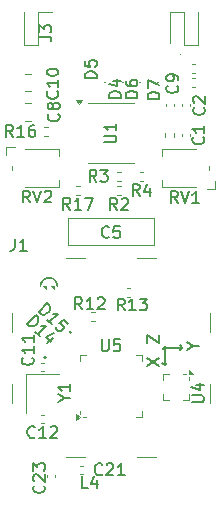
<source format=gbr>
%TF.GenerationSoftware,KiCad,Pcbnew,8.0.1*%
%TF.CreationDate,2025-06-23T19:48:13+12:00*%
%TF.ProjectId,panelrev2,70616e65-6c72-4657-9632-2e6b69636164,rev?*%
%TF.SameCoordinates,Original*%
%TF.FileFunction,Legend,Top*%
%TF.FilePolarity,Positive*%
%FSLAX46Y46*%
G04 Gerber Fmt 4.6, Leading zero omitted, Abs format (unit mm)*
G04 Created by KiCad (PCBNEW 8.0.1) date 2025-06-23 19:48:13*
%MOMM*%
%LPD*%
G01*
G04 APERTURE LIST*
%ADD10C,0.150000*%
%ADD11C,0.200000*%
%ADD12C,0.120000*%
%ADD13C,0.100000*%
%ADD14C,0.159999*%
%ADD15C,0.000000*%
G04 APERTURE END LIST*
D10*
X144578628Y-60076190D02*
X145054819Y-60076190D01*
X144054819Y-60409523D02*
X144578628Y-60076190D01*
X144578628Y-60076190D02*
X144054819Y-59742857D01*
X145054819Y-58885714D02*
X145054819Y-59457142D01*
X145054819Y-59171428D02*
X144054819Y-59171428D01*
X144054819Y-59171428D02*
X144197676Y-59266666D01*
X144197676Y-59266666D02*
X144292914Y-59361904D01*
X144292914Y-59361904D02*
X144340533Y-59457142D01*
X150754819Y-34638094D02*
X149754819Y-34638094D01*
X149754819Y-34638094D02*
X149754819Y-34399999D01*
X149754819Y-34399999D02*
X149802438Y-34257142D01*
X149802438Y-34257142D02*
X149897676Y-34161904D01*
X149897676Y-34161904D02*
X149992914Y-34114285D01*
X149992914Y-34114285D02*
X150183390Y-34066666D01*
X150183390Y-34066666D02*
X150326247Y-34066666D01*
X150326247Y-34066666D02*
X150516723Y-34114285D01*
X150516723Y-34114285D02*
X150611961Y-34161904D01*
X150611961Y-34161904D02*
X150707200Y-34257142D01*
X150707200Y-34257142D02*
X150754819Y-34399999D01*
X150754819Y-34399999D02*
X150754819Y-34638094D01*
X149754819Y-33209523D02*
X149754819Y-33399999D01*
X149754819Y-33399999D02*
X149802438Y-33495237D01*
X149802438Y-33495237D02*
X149850057Y-33542856D01*
X149850057Y-33542856D02*
X149992914Y-33638094D01*
X149992914Y-33638094D02*
X150183390Y-33685713D01*
X150183390Y-33685713D02*
X150564342Y-33685713D01*
X150564342Y-33685713D02*
X150659580Y-33638094D01*
X150659580Y-33638094D02*
X150707200Y-33590475D01*
X150707200Y-33590475D02*
X150754819Y-33495237D01*
X150754819Y-33495237D02*
X150754819Y-33304761D01*
X150754819Y-33304761D02*
X150707200Y-33209523D01*
X150707200Y-33209523D02*
X150659580Y-33161904D01*
X150659580Y-33161904D02*
X150564342Y-33114285D01*
X150564342Y-33114285D02*
X150326247Y-33114285D01*
X150326247Y-33114285D02*
X150231009Y-33161904D01*
X150231009Y-33161904D02*
X150183390Y-33209523D01*
X150183390Y-33209523D02*
X150135771Y-33304761D01*
X150135771Y-33304761D02*
X150135771Y-33495237D01*
X150135771Y-33495237D02*
X150183390Y-33590475D01*
X150183390Y-33590475D02*
X150231009Y-33638094D01*
X150231009Y-33638094D02*
X150326247Y-33685713D01*
X149657142Y-52654819D02*
X149323809Y-52178628D01*
X149085714Y-52654819D02*
X149085714Y-51654819D01*
X149085714Y-51654819D02*
X149466666Y-51654819D01*
X149466666Y-51654819D02*
X149561904Y-51702438D01*
X149561904Y-51702438D02*
X149609523Y-51750057D01*
X149609523Y-51750057D02*
X149657142Y-51845295D01*
X149657142Y-51845295D02*
X149657142Y-51988152D01*
X149657142Y-51988152D02*
X149609523Y-52083390D01*
X149609523Y-52083390D02*
X149561904Y-52131009D01*
X149561904Y-52131009D02*
X149466666Y-52178628D01*
X149466666Y-52178628D02*
X149085714Y-52178628D01*
X150609523Y-52654819D02*
X150038095Y-52654819D01*
X150323809Y-52654819D02*
X150323809Y-51654819D01*
X150323809Y-51654819D02*
X150228571Y-51797676D01*
X150228571Y-51797676D02*
X150133333Y-51892914D01*
X150133333Y-51892914D02*
X150038095Y-51940533D01*
X150942857Y-51654819D02*
X151561904Y-51654819D01*
X151561904Y-51654819D02*
X151228571Y-52035771D01*
X151228571Y-52035771D02*
X151371428Y-52035771D01*
X151371428Y-52035771D02*
X151466666Y-52083390D01*
X151466666Y-52083390D02*
X151514285Y-52131009D01*
X151514285Y-52131009D02*
X151561904Y-52226247D01*
X151561904Y-52226247D02*
X151561904Y-52464342D01*
X151561904Y-52464342D02*
X151514285Y-52559580D01*
X151514285Y-52559580D02*
X151466666Y-52607200D01*
X151466666Y-52607200D02*
X151371428Y-52654819D01*
X151371428Y-52654819D02*
X151085714Y-52654819D01*
X151085714Y-52654819D02*
X150990476Y-52607200D01*
X150990476Y-52607200D02*
X150942857Y-52559580D01*
X149354819Y-34638094D02*
X148354819Y-34638094D01*
X148354819Y-34638094D02*
X148354819Y-34399999D01*
X148354819Y-34399999D02*
X148402438Y-34257142D01*
X148402438Y-34257142D02*
X148497676Y-34161904D01*
X148497676Y-34161904D02*
X148592914Y-34114285D01*
X148592914Y-34114285D02*
X148783390Y-34066666D01*
X148783390Y-34066666D02*
X148926247Y-34066666D01*
X148926247Y-34066666D02*
X149116723Y-34114285D01*
X149116723Y-34114285D02*
X149211961Y-34161904D01*
X149211961Y-34161904D02*
X149307200Y-34257142D01*
X149307200Y-34257142D02*
X149354819Y-34399999D01*
X149354819Y-34399999D02*
X149354819Y-34638094D01*
X148688152Y-33209523D02*
X149354819Y-33209523D01*
X148307200Y-33447618D02*
X149021485Y-33685713D01*
X149021485Y-33685713D02*
X149021485Y-33066666D01*
X148333333Y-46409580D02*
X148285714Y-46457200D01*
X148285714Y-46457200D02*
X148142857Y-46504819D01*
X148142857Y-46504819D02*
X148047619Y-46504819D01*
X148047619Y-46504819D02*
X147904762Y-46457200D01*
X147904762Y-46457200D02*
X147809524Y-46361961D01*
X147809524Y-46361961D02*
X147761905Y-46266723D01*
X147761905Y-46266723D02*
X147714286Y-46076247D01*
X147714286Y-46076247D02*
X147714286Y-45933390D01*
X147714286Y-45933390D02*
X147761905Y-45742914D01*
X147761905Y-45742914D02*
X147809524Y-45647676D01*
X147809524Y-45647676D02*
X147904762Y-45552438D01*
X147904762Y-45552438D02*
X148047619Y-45504819D01*
X148047619Y-45504819D02*
X148142857Y-45504819D01*
X148142857Y-45504819D02*
X148285714Y-45552438D01*
X148285714Y-45552438D02*
X148333333Y-45600057D01*
X149238095Y-45504819D02*
X148761905Y-45504819D01*
X148761905Y-45504819D02*
X148714286Y-45981009D01*
X148714286Y-45981009D02*
X148761905Y-45933390D01*
X148761905Y-45933390D02*
X148857143Y-45885771D01*
X148857143Y-45885771D02*
X149095238Y-45885771D01*
X149095238Y-45885771D02*
X149190476Y-45933390D01*
X149190476Y-45933390D02*
X149238095Y-45981009D01*
X149238095Y-45981009D02*
X149285714Y-46076247D01*
X149285714Y-46076247D02*
X149285714Y-46314342D01*
X149285714Y-46314342D02*
X149238095Y-46409580D01*
X149238095Y-46409580D02*
X149190476Y-46457200D01*
X149190476Y-46457200D02*
X149095238Y-46504819D01*
X149095238Y-46504819D02*
X148857143Y-46504819D01*
X148857143Y-46504819D02*
X148761905Y-46457200D01*
X148761905Y-46457200D02*
X148714286Y-46409580D01*
X147283333Y-41754819D02*
X146950000Y-41278628D01*
X146711905Y-41754819D02*
X146711905Y-40754819D01*
X146711905Y-40754819D02*
X147092857Y-40754819D01*
X147092857Y-40754819D02*
X147188095Y-40802438D01*
X147188095Y-40802438D02*
X147235714Y-40850057D01*
X147235714Y-40850057D02*
X147283333Y-40945295D01*
X147283333Y-40945295D02*
X147283333Y-41088152D01*
X147283333Y-41088152D02*
X147235714Y-41183390D01*
X147235714Y-41183390D02*
X147188095Y-41231009D01*
X147188095Y-41231009D02*
X147092857Y-41278628D01*
X147092857Y-41278628D02*
X146711905Y-41278628D01*
X147616667Y-40754819D02*
X148235714Y-40754819D01*
X148235714Y-40754819D02*
X147902381Y-41135771D01*
X147902381Y-41135771D02*
X148045238Y-41135771D01*
X148045238Y-41135771D02*
X148140476Y-41183390D01*
X148140476Y-41183390D02*
X148188095Y-41231009D01*
X148188095Y-41231009D02*
X148235714Y-41326247D01*
X148235714Y-41326247D02*
X148235714Y-41564342D01*
X148235714Y-41564342D02*
X148188095Y-41659580D01*
X148188095Y-41659580D02*
X148140476Y-41707200D01*
X148140476Y-41707200D02*
X148045238Y-41754819D01*
X148045238Y-41754819D02*
X147759524Y-41754819D01*
X147759524Y-41754819D02*
X147664286Y-41707200D01*
X147664286Y-41707200D02*
X147616667Y-41659580D01*
X141654761Y-43504819D02*
X141321428Y-43028628D01*
X141083333Y-43504819D02*
X141083333Y-42504819D01*
X141083333Y-42504819D02*
X141464285Y-42504819D01*
X141464285Y-42504819D02*
X141559523Y-42552438D01*
X141559523Y-42552438D02*
X141607142Y-42600057D01*
X141607142Y-42600057D02*
X141654761Y-42695295D01*
X141654761Y-42695295D02*
X141654761Y-42838152D01*
X141654761Y-42838152D02*
X141607142Y-42933390D01*
X141607142Y-42933390D02*
X141559523Y-42981009D01*
X141559523Y-42981009D02*
X141464285Y-43028628D01*
X141464285Y-43028628D02*
X141083333Y-43028628D01*
X141940476Y-42504819D02*
X142273809Y-43504819D01*
X142273809Y-43504819D02*
X142607142Y-42504819D01*
X142892857Y-42600057D02*
X142940476Y-42552438D01*
X142940476Y-42552438D02*
X143035714Y-42504819D01*
X143035714Y-42504819D02*
X143273809Y-42504819D01*
X143273809Y-42504819D02*
X143369047Y-42552438D01*
X143369047Y-42552438D02*
X143416666Y-42600057D01*
X143416666Y-42600057D02*
X143464285Y-42695295D01*
X143464285Y-42695295D02*
X143464285Y-42790533D01*
X143464285Y-42790533D02*
X143416666Y-42933390D01*
X143416666Y-42933390D02*
X142845238Y-43504819D01*
X142845238Y-43504819D02*
X143464285Y-43504819D01*
X142057142Y-63369580D02*
X142009523Y-63417200D01*
X142009523Y-63417200D02*
X141866666Y-63464819D01*
X141866666Y-63464819D02*
X141771428Y-63464819D01*
X141771428Y-63464819D02*
X141628571Y-63417200D01*
X141628571Y-63417200D02*
X141533333Y-63321961D01*
X141533333Y-63321961D02*
X141485714Y-63226723D01*
X141485714Y-63226723D02*
X141438095Y-63036247D01*
X141438095Y-63036247D02*
X141438095Y-62893390D01*
X141438095Y-62893390D02*
X141485714Y-62702914D01*
X141485714Y-62702914D02*
X141533333Y-62607676D01*
X141533333Y-62607676D02*
X141628571Y-62512438D01*
X141628571Y-62512438D02*
X141771428Y-62464819D01*
X141771428Y-62464819D02*
X141866666Y-62464819D01*
X141866666Y-62464819D02*
X142009523Y-62512438D01*
X142009523Y-62512438D02*
X142057142Y-62560057D01*
X143009523Y-63464819D02*
X142438095Y-63464819D01*
X142723809Y-63464819D02*
X142723809Y-62464819D01*
X142723809Y-62464819D02*
X142628571Y-62607676D01*
X142628571Y-62607676D02*
X142533333Y-62702914D01*
X142533333Y-62702914D02*
X142438095Y-62750533D01*
X143390476Y-62560057D02*
X143438095Y-62512438D01*
X143438095Y-62512438D02*
X143533333Y-62464819D01*
X143533333Y-62464819D02*
X143771428Y-62464819D01*
X143771428Y-62464819D02*
X143866666Y-62512438D01*
X143866666Y-62512438D02*
X143914285Y-62560057D01*
X143914285Y-62560057D02*
X143961904Y-62655295D01*
X143961904Y-62655295D02*
X143961904Y-62750533D01*
X143961904Y-62750533D02*
X143914285Y-62893390D01*
X143914285Y-62893390D02*
X143342857Y-63464819D01*
X143342857Y-63464819D02*
X143961904Y-63464819D01*
X147738095Y-55104819D02*
X147738095Y-55914342D01*
X147738095Y-55914342D02*
X147785714Y-56009580D01*
X147785714Y-56009580D02*
X147833333Y-56057200D01*
X147833333Y-56057200D02*
X147928571Y-56104819D01*
X147928571Y-56104819D02*
X148119047Y-56104819D01*
X148119047Y-56104819D02*
X148214285Y-56057200D01*
X148214285Y-56057200D02*
X148261904Y-56009580D01*
X148261904Y-56009580D02*
X148309523Y-55914342D01*
X148309523Y-55914342D02*
X148309523Y-55104819D01*
X149261904Y-55104819D02*
X148785714Y-55104819D01*
X148785714Y-55104819D02*
X148738095Y-55581009D01*
X148738095Y-55581009D02*
X148785714Y-55533390D01*
X148785714Y-55533390D02*
X148880952Y-55485771D01*
X148880952Y-55485771D02*
X149119047Y-55485771D01*
X149119047Y-55485771D02*
X149214285Y-55533390D01*
X149214285Y-55533390D02*
X149261904Y-55581009D01*
X149261904Y-55581009D02*
X149309523Y-55676247D01*
X149309523Y-55676247D02*
X149309523Y-55914342D01*
X149309523Y-55914342D02*
X149261904Y-56009580D01*
X149261904Y-56009580D02*
X149214285Y-56057200D01*
X149214285Y-56057200D02*
X149119047Y-56104819D01*
X149119047Y-56104819D02*
X148880952Y-56104819D01*
X148880952Y-56104819D02*
X148785714Y-56057200D01*
X148785714Y-56057200D02*
X148738095Y-56009580D01*
X154154761Y-43554819D02*
X153821428Y-43078628D01*
X153583333Y-43554819D02*
X153583333Y-42554819D01*
X153583333Y-42554819D02*
X153964285Y-42554819D01*
X153964285Y-42554819D02*
X154059523Y-42602438D01*
X154059523Y-42602438D02*
X154107142Y-42650057D01*
X154107142Y-42650057D02*
X154154761Y-42745295D01*
X154154761Y-42745295D02*
X154154761Y-42888152D01*
X154154761Y-42888152D02*
X154107142Y-42983390D01*
X154107142Y-42983390D02*
X154059523Y-43031009D01*
X154059523Y-43031009D02*
X153964285Y-43078628D01*
X153964285Y-43078628D02*
X153583333Y-43078628D01*
X154440476Y-42554819D02*
X154773809Y-43554819D01*
X154773809Y-43554819D02*
X155107142Y-42554819D01*
X155964285Y-43554819D02*
X155392857Y-43554819D01*
X155678571Y-43554819D02*
X155678571Y-42554819D01*
X155678571Y-42554819D02*
X155583333Y-42697676D01*
X155583333Y-42697676D02*
X155488095Y-42792914D01*
X155488095Y-42792914D02*
X155392857Y-42840533D01*
X147284819Y-32988094D02*
X146284819Y-32988094D01*
X146284819Y-32988094D02*
X146284819Y-32749999D01*
X146284819Y-32749999D02*
X146332438Y-32607142D01*
X146332438Y-32607142D02*
X146427676Y-32511904D01*
X146427676Y-32511904D02*
X146522914Y-32464285D01*
X146522914Y-32464285D02*
X146713390Y-32416666D01*
X146713390Y-32416666D02*
X146856247Y-32416666D01*
X146856247Y-32416666D02*
X147046723Y-32464285D01*
X147046723Y-32464285D02*
X147141961Y-32511904D01*
X147141961Y-32511904D02*
X147237200Y-32607142D01*
X147237200Y-32607142D02*
X147284819Y-32749999D01*
X147284819Y-32749999D02*
X147284819Y-32988094D01*
X146284819Y-31511904D02*
X146284819Y-31988094D01*
X146284819Y-31988094D02*
X146761009Y-32035713D01*
X146761009Y-32035713D02*
X146713390Y-31988094D01*
X146713390Y-31988094D02*
X146665771Y-31892856D01*
X146665771Y-31892856D02*
X146665771Y-31654761D01*
X146665771Y-31654761D02*
X146713390Y-31559523D01*
X146713390Y-31559523D02*
X146761009Y-31511904D01*
X146761009Y-31511904D02*
X146856247Y-31464285D01*
X146856247Y-31464285D02*
X147094342Y-31464285D01*
X147094342Y-31464285D02*
X147189580Y-31511904D01*
X147189580Y-31511904D02*
X147237200Y-31559523D01*
X147237200Y-31559523D02*
X147284819Y-31654761D01*
X147284819Y-31654761D02*
X147284819Y-31892856D01*
X147284819Y-31892856D02*
X147237200Y-31988094D01*
X147237200Y-31988094D02*
X147189580Y-32035713D01*
X141859580Y-56642857D02*
X141907200Y-56690476D01*
X141907200Y-56690476D02*
X141954819Y-56833333D01*
X141954819Y-56833333D02*
X141954819Y-56928571D01*
X141954819Y-56928571D02*
X141907200Y-57071428D01*
X141907200Y-57071428D02*
X141811961Y-57166666D01*
X141811961Y-57166666D02*
X141716723Y-57214285D01*
X141716723Y-57214285D02*
X141526247Y-57261904D01*
X141526247Y-57261904D02*
X141383390Y-57261904D01*
X141383390Y-57261904D02*
X141192914Y-57214285D01*
X141192914Y-57214285D02*
X141097676Y-57166666D01*
X141097676Y-57166666D02*
X141002438Y-57071428D01*
X141002438Y-57071428D02*
X140954819Y-56928571D01*
X140954819Y-56928571D02*
X140954819Y-56833333D01*
X140954819Y-56833333D02*
X141002438Y-56690476D01*
X141002438Y-56690476D02*
X141050057Y-56642857D01*
X141954819Y-55690476D02*
X141954819Y-56261904D01*
X141954819Y-55976190D02*
X140954819Y-55976190D01*
X140954819Y-55976190D02*
X141097676Y-56071428D01*
X141097676Y-56071428D02*
X141192914Y-56166666D01*
X141192914Y-56166666D02*
X141240533Y-56261904D01*
X141954819Y-54738095D02*
X141954819Y-55309523D01*
X141954819Y-55023809D02*
X140954819Y-55023809D01*
X140954819Y-55023809D02*
X141097676Y-55119047D01*
X141097676Y-55119047D02*
X141192914Y-55214285D01*
X141192914Y-55214285D02*
X141240533Y-55309523D01*
X142419764Y-52762975D02*
X143126871Y-52055869D01*
X143126871Y-52055869D02*
X143295230Y-52224227D01*
X143295230Y-52224227D02*
X143362573Y-52358914D01*
X143362573Y-52358914D02*
X143362573Y-52493601D01*
X143362573Y-52493601D02*
X143328901Y-52594617D01*
X143328901Y-52594617D02*
X143227886Y-52762975D01*
X143227886Y-52762975D02*
X143126871Y-52863991D01*
X143126871Y-52863991D02*
X142958512Y-52965006D01*
X142958512Y-52965006D02*
X142857497Y-52998678D01*
X142857497Y-52998678D02*
X142722810Y-52998678D01*
X142722810Y-52998678D02*
X142588123Y-52931334D01*
X142588123Y-52931334D02*
X142419764Y-52762975D01*
X143497260Y-53840471D02*
X143093199Y-53436410D01*
X143295230Y-53638441D02*
X144002336Y-52931334D01*
X144002336Y-52931334D02*
X143833978Y-52965006D01*
X143833978Y-52965006D02*
X143699291Y-52965006D01*
X143699291Y-52965006D02*
X143598275Y-52931334D01*
X144844130Y-53773128D02*
X144507413Y-53436410D01*
X144507413Y-53436410D02*
X144137024Y-53739456D01*
X144137024Y-53739456D02*
X144204367Y-53739456D01*
X144204367Y-53739456D02*
X144305382Y-53773128D01*
X144305382Y-53773128D02*
X144473741Y-53941487D01*
X144473741Y-53941487D02*
X144507413Y-54042502D01*
X144507413Y-54042502D02*
X144507413Y-54109846D01*
X144507413Y-54109846D02*
X144473741Y-54210861D01*
X144473741Y-54210861D02*
X144305382Y-54379220D01*
X144305382Y-54379220D02*
X144204367Y-54412891D01*
X144204367Y-54412891D02*
X144137024Y-54412891D01*
X144137024Y-54412891D02*
X144036008Y-54379220D01*
X144036008Y-54379220D02*
X143867650Y-54210861D01*
X143867650Y-54210861D02*
X143833978Y-54109846D01*
X143833978Y-54109846D02*
X143833978Y-54042502D01*
X149033333Y-44154819D02*
X148700000Y-43678628D01*
X148461905Y-44154819D02*
X148461905Y-43154819D01*
X148461905Y-43154819D02*
X148842857Y-43154819D01*
X148842857Y-43154819D02*
X148938095Y-43202438D01*
X148938095Y-43202438D02*
X148985714Y-43250057D01*
X148985714Y-43250057D02*
X149033333Y-43345295D01*
X149033333Y-43345295D02*
X149033333Y-43488152D01*
X149033333Y-43488152D02*
X148985714Y-43583390D01*
X148985714Y-43583390D02*
X148938095Y-43631009D01*
X148938095Y-43631009D02*
X148842857Y-43678628D01*
X148842857Y-43678628D02*
X148461905Y-43678628D01*
X149414286Y-43250057D02*
X149461905Y-43202438D01*
X149461905Y-43202438D02*
X149557143Y-43154819D01*
X149557143Y-43154819D02*
X149795238Y-43154819D01*
X149795238Y-43154819D02*
X149890476Y-43202438D01*
X149890476Y-43202438D02*
X149938095Y-43250057D01*
X149938095Y-43250057D02*
X149985714Y-43345295D01*
X149985714Y-43345295D02*
X149985714Y-43440533D01*
X149985714Y-43440533D02*
X149938095Y-43583390D01*
X149938095Y-43583390D02*
X149366667Y-44154819D01*
X149366667Y-44154819D02*
X149985714Y-44154819D01*
X150933333Y-42954819D02*
X150600000Y-42478628D01*
X150361905Y-42954819D02*
X150361905Y-41954819D01*
X150361905Y-41954819D02*
X150742857Y-41954819D01*
X150742857Y-41954819D02*
X150838095Y-42002438D01*
X150838095Y-42002438D02*
X150885714Y-42050057D01*
X150885714Y-42050057D02*
X150933333Y-42145295D01*
X150933333Y-42145295D02*
X150933333Y-42288152D01*
X150933333Y-42288152D02*
X150885714Y-42383390D01*
X150885714Y-42383390D02*
X150838095Y-42431009D01*
X150838095Y-42431009D02*
X150742857Y-42478628D01*
X150742857Y-42478628D02*
X150361905Y-42478628D01*
X151790476Y-42288152D02*
X151790476Y-42954819D01*
X151552381Y-41907200D02*
X151314286Y-42621485D01*
X151314286Y-42621485D02*
X151933333Y-42621485D01*
X154109580Y-33616666D02*
X154157200Y-33664285D01*
X154157200Y-33664285D02*
X154204819Y-33807142D01*
X154204819Y-33807142D02*
X154204819Y-33902380D01*
X154204819Y-33902380D02*
X154157200Y-34045237D01*
X154157200Y-34045237D02*
X154061961Y-34140475D01*
X154061961Y-34140475D02*
X153966723Y-34188094D01*
X153966723Y-34188094D02*
X153776247Y-34235713D01*
X153776247Y-34235713D02*
X153633390Y-34235713D01*
X153633390Y-34235713D02*
X153442914Y-34188094D01*
X153442914Y-34188094D02*
X153347676Y-34140475D01*
X153347676Y-34140475D02*
X153252438Y-34045237D01*
X153252438Y-34045237D02*
X153204819Y-33902380D01*
X153204819Y-33902380D02*
X153204819Y-33807142D01*
X153204819Y-33807142D02*
X153252438Y-33664285D01*
X153252438Y-33664285D02*
X153300057Y-33616666D01*
X154204819Y-33140475D02*
X154204819Y-32949999D01*
X154204819Y-32949999D02*
X154157200Y-32854761D01*
X154157200Y-32854761D02*
X154109580Y-32807142D01*
X154109580Y-32807142D02*
X153966723Y-32711904D01*
X153966723Y-32711904D02*
X153776247Y-32664285D01*
X153776247Y-32664285D02*
X153395295Y-32664285D01*
X153395295Y-32664285D02*
X153300057Y-32711904D01*
X153300057Y-32711904D02*
X153252438Y-32759523D01*
X153252438Y-32759523D02*
X153204819Y-32854761D01*
X153204819Y-32854761D02*
X153204819Y-33045237D01*
X153204819Y-33045237D02*
X153252438Y-33140475D01*
X153252438Y-33140475D02*
X153300057Y-33188094D01*
X153300057Y-33188094D02*
X153395295Y-33235713D01*
X153395295Y-33235713D02*
X153633390Y-33235713D01*
X153633390Y-33235713D02*
X153728628Y-33188094D01*
X153728628Y-33188094D02*
X153776247Y-33140475D01*
X153776247Y-33140475D02*
X153823866Y-33045237D01*
X153823866Y-33045237D02*
X153823866Y-32854761D01*
X153823866Y-32854761D02*
X153776247Y-32759523D01*
X153776247Y-32759523D02*
X153728628Y-32711904D01*
X153728628Y-32711904D02*
X153633390Y-32664285D01*
X147757142Y-66509580D02*
X147709523Y-66557200D01*
X147709523Y-66557200D02*
X147566666Y-66604819D01*
X147566666Y-66604819D02*
X147471428Y-66604819D01*
X147471428Y-66604819D02*
X147328571Y-66557200D01*
X147328571Y-66557200D02*
X147233333Y-66461961D01*
X147233333Y-66461961D02*
X147185714Y-66366723D01*
X147185714Y-66366723D02*
X147138095Y-66176247D01*
X147138095Y-66176247D02*
X147138095Y-66033390D01*
X147138095Y-66033390D02*
X147185714Y-65842914D01*
X147185714Y-65842914D02*
X147233333Y-65747676D01*
X147233333Y-65747676D02*
X147328571Y-65652438D01*
X147328571Y-65652438D02*
X147471428Y-65604819D01*
X147471428Y-65604819D02*
X147566666Y-65604819D01*
X147566666Y-65604819D02*
X147709523Y-65652438D01*
X147709523Y-65652438D02*
X147757142Y-65700057D01*
X148138095Y-65700057D02*
X148185714Y-65652438D01*
X148185714Y-65652438D02*
X148280952Y-65604819D01*
X148280952Y-65604819D02*
X148519047Y-65604819D01*
X148519047Y-65604819D02*
X148614285Y-65652438D01*
X148614285Y-65652438D02*
X148661904Y-65700057D01*
X148661904Y-65700057D02*
X148709523Y-65795295D01*
X148709523Y-65795295D02*
X148709523Y-65890533D01*
X148709523Y-65890533D02*
X148661904Y-66033390D01*
X148661904Y-66033390D02*
X148090476Y-66604819D01*
X148090476Y-66604819D02*
X148709523Y-66604819D01*
X149661904Y-66604819D02*
X149090476Y-66604819D01*
X149376190Y-66604819D02*
X149376190Y-65604819D01*
X149376190Y-65604819D02*
X149280952Y-65747676D01*
X149280952Y-65747676D02*
X149185714Y-65842914D01*
X149185714Y-65842914D02*
X149090476Y-65890533D01*
X143959580Y-34092857D02*
X144007200Y-34140476D01*
X144007200Y-34140476D02*
X144054819Y-34283333D01*
X144054819Y-34283333D02*
X144054819Y-34378571D01*
X144054819Y-34378571D02*
X144007200Y-34521428D01*
X144007200Y-34521428D02*
X143911961Y-34616666D01*
X143911961Y-34616666D02*
X143816723Y-34664285D01*
X143816723Y-34664285D02*
X143626247Y-34711904D01*
X143626247Y-34711904D02*
X143483390Y-34711904D01*
X143483390Y-34711904D02*
X143292914Y-34664285D01*
X143292914Y-34664285D02*
X143197676Y-34616666D01*
X143197676Y-34616666D02*
X143102438Y-34521428D01*
X143102438Y-34521428D02*
X143054819Y-34378571D01*
X143054819Y-34378571D02*
X143054819Y-34283333D01*
X143054819Y-34283333D02*
X143102438Y-34140476D01*
X143102438Y-34140476D02*
X143150057Y-34092857D01*
X144054819Y-33140476D02*
X144054819Y-33711904D01*
X144054819Y-33426190D02*
X143054819Y-33426190D01*
X143054819Y-33426190D02*
X143197676Y-33521428D01*
X143197676Y-33521428D02*
X143292914Y-33616666D01*
X143292914Y-33616666D02*
X143340533Y-33711904D01*
X143054819Y-32521428D02*
X143054819Y-32426190D01*
X143054819Y-32426190D02*
X143102438Y-32330952D01*
X143102438Y-32330952D02*
X143150057Y-32283333D01*
X143150057Y-32283333D02*
X143245295Y-32235714D01*
X143245295Y-32235714D02*
X143435771Y-32188095D01*
X143435771Y-32188095D02*
X143673866Y-32188095D01*
X143673866Y-32188095D02*
X143864342Y-32235714D01*
X143864342Y-32235714D02*
X143959580Y-32283333D01*
X143959580Y-32283333D02*
X144007200Y-32330952D01*
X144007200Y-32330952D02*
X144054819Y-32426190D01*
X144054819Y-32426190D02*
X144054819Y-32521428D01*
X144054819Y-32521428D02*
X144007200Y-32616666D01*
X144007200Y-32616666D02*
X143959580Y-32664285D01*
X143959580Y-32664285D02*
X143864342Y-32711904D01*
X143864342Y-32711904D02*
X143673866Y-32759523D01*
X143673866Y-32759523D02*
X143435771Y-32759523D01*
X143435771Y-32759523D02*
X143245295Y-32711904D01*
X143245295Y-32711904D02*
X143150057Y-32664285D01*
X143150057Y-32664285D02*
X143102438Y-32616666D01*
X143102438Y-32616666D02*
X143054819Y-32521428D01*
X146533333Y-67704819D02*
X146057143Y-67704819D01*
X146057143Y-67704819D02*
X146057143Y-66704819D01*
X147295238Y-67038152D02*
X147295238Y-67704819D01*
X147057143Y-66657200D02*
X146819048Y-67371485D01*
X146819048Y-67371485D02*
X147438095Y-67371485D01*
X147954819Y-38411904D02*
X148764342Y-38411904D01*
X148764342Y-38411904D02*
X148859580Y-38364285D01*
X148859580Y-38364285D02*
X148907200Y-38316666D01*
X148907200Y-38316666D02*
X148954819Y-38221428D01*
X148954819Y-38221428D02*
X148954819Y-38030952D01*
X148954819Y-38030952D02*
X148907200Y-37935714D01*
X148907200Y-37935714D02*
X148859580Y-37888095D01*
X148859580Y-37888095D02*
X148764342Y-37840476D01*
X148764342Y-37840476D02*
X147954819Y-37840476D01*
X148954819Y-36840476D02*
X148954819Y-37411904D01*
X148954819Y-37126190D02*
X147954819Y-37126190D01*
X147954819Y-37126190D02*
X148097676Y-37221428D01*
X148097676Y-37221428D02*
X148192914Y-37316666D01*
X148192914Y-37316666D02*
X148240533Y-37411904D01*
X145057142Y-44104819D02*
X144723809Y-43628628D01*
X144485714Y-44104819D02*
X144485714Y-43104819D01*
X144485714Y-43104819D02*
X144866666Y-43104819D01*
X144866666Y-43104819D02*
X144961904Y-43152438D01*
X144961904Y-43152438D02*
X145009523Y-43200057D01*
X145009523Y-43200057D02*
X145057142Y-43295295D01*
X145057142Y-43295295D02*
X145057142Y-43438152D01*
X145057142Y-43438152D02*
X145009523Y-43533390D01*
X145009523Y-43533390D02*
X144961904Y-43581009D01*
X144961904Y-43581009D02*
X144866666Y-43628628D01*
X144866666Y-43628628D02*
X144485714Y-43628628D01*
X146009523Y-44104819D02*
X145438095Y-44104819D01*
X145723809Y-44104819D02*
X145723809Y-43104819D01*
X145723809Y-43104819D02*
X145628571Y-43247676D01*
X145628571Y-43247676D02*
X145533333Y-43342914D01*
X145533333Y-43342914D02*
X145438095Y-43390533D01*
X146342857Y-43104819D02*
X147009523Y-43104819D01*
X147009523Y-43104819D02*
X146580952Y-44104819D01*
D11*
X151597219Y-57345564D02*
X152597219Y-56678898D01*
X151597219Y-56678898D02*
X152597219Y-57345564D01*
X155461028Y-55679850D02*
X155937219Y-55679850D01*
X154937219Y-56013183D02*
X155461028Y-55679850D01*
X155461028Y-55679850D02*
X154937219Y-55346517D01*
X151597219Y-55435564D02*
X151597219Y-54768898D01*
X151597219Y-54768898D02*
X152597219Y-55435564D01*
X152597219Y-55435564D02*
X152597219Y-54768898D01*
D10*
X144059580Y-36016666D02*
X144107200Y-36064285D01*
X144107200Y-36064285D02*
X144154819Y-36207142D01*
X144154819Y-36207142D02*
X144154819Y-36302380D01*
X144154819Y-36302380D02*
X144107200Y-36445237D01*
X144107200Y-36445237D02*
X144011961Y-36540475D01*
X144011961Y-36540475D02*
X143916723Y-36588094D01*
X143916723Y-36588094D02*
X143726247Y-36635713D01*
X143726247Y-36635713D02*
X143583390Y-36635713D01*
X143583390Y-36635713D02*
X143392914Y-36588094D01*
X143392914Y-36588094D02*
X143297676Y-36540475D01*
X143297676Y-36540475D02*
X143202438Y-36445237D01*
X143202438Y-36445237D02*
X143154819Y-36302380D01*
X143154819Y-36302380D02*
X143154819Y-36207142D01*
X143154819Y-36207142D02*
X143202438Y-36064285D01*
X143202438Y-36064285D02*
X143250057Y-36016666D01*
X143583390Y-35445237D02*
X143535771Y-35540475D01*
X143535771Y-35540475D02*
X143488152Y-35588094D01*
X143488152Y-35588094D02*
X143392914Y-35635713D01*
X143392914Y-35635713D02*
X143345295Y-35635713D01*
X143345295Y-35635713D02*
X143250057Y-35588094D01*
X143250057Y-35588094D02*
X143202438Y-35540475D01*
X143202438Y-35540475D02*
X143154819Y-35445237D01*
X143154819Y-35445237D02*
X143154819Y-35254761D01*
X143154819Y-35254761D02*
X143202438Y-35159523D01*
X143202438Y-35159523D02*
X143250057Y-35111904D01*
X143250057Y-35111904D02*
X143345295Y-35064285D01*
X143345295Y-35064285D02*
X143392914Y-35064285D01*
X143392914Y-35064285D02*
X143488152Y-35111904D01*
X143488152Y-35111904D02*
X143535771Y-35159523D01*
X143535771Y-35159523D02*
X143583390Y-35254761D01*
X143583390Y-35254761D02*
X143583390Y-35445237D01*
X143583390Y-35445237D02*
X143631009Y-35540475D01*
X143631009Y-35540475D02*
X143678628Y-35588094D01*
X143678628Y-35588094D02*
X143773866Y-35635713D01*
X143773866Y-35635713D02*
X143964342Y-35635713D01*
X143964342Y-35635713D02*
X144059580Y-35588094D01*
X144059580Y-35588094D02*
X144107200Y-35540475D01*
X144107200Y-35540475D02*
X144154819Y-35445237D01*
X144154819Y-35445237D02*
X144154819Y-35254761D01*
X144154819Y-35254761D02*
X144107200Y-35159523D01*
X144107200Y-35159523D02*
X144059580Y-35111904D01*
X144059580Y-35111904D02*
X143964342Y-35064285D01*
X143964342Y-35064285D02*
X143773866Y-35064285D01*
X143773866Y-35064285D02*
X143678628Y-35111904D01*
X143678628Y-35111904D02*
X143631009Y-35159523D01*
X143631009Y-35159523D02*
X143583390Y-35254761D01*
X142454819Y-29483333D02*
X143169104Y-29483333D01*
X143169104Y-29483333D02*
X143311961Y-29530952D01*
X143311961Y-29530952D02*
X143407200Y-29626190D01*
X143407200Y-29626190D02*
X143454819Y-29769047D01*
X143454819Y-29769047D02*
X143454819Y-29864285D01*
X142454819Y-29102380D02*
X142454819Y-28483333D01*
X142454819Y-28483333D02*
X142835771Y-28816666D01*
X142835771Y-28816666D02*
X142835771Y-28673809D01*
X142835771Y-28673809D02*
X142883390Y-28578571D01*
X142883390Y-28578571D02*
X142931009Y-28530952D01*
X142931009Y-28530952D02*
X143026247Y-28483333D01*
X143026247Y-28483333D02*
X143264342Y-28483333D01*
X143264342Y-28483333D02*
X143359580Y-28530952D01*
X143359580Y-28530952D02*
X143407200Y-28578571D01*
X143407200Y-28578571D02*
X143454819Y-28673809D01*
X143454819Y-28673809D02*
X143454819Y-28959523D01*
X143454819Y-28959523D02*
X143407200Y-29054761D01*
X143407200Y-29054761D02*
X143359580Y-29102380D01*
X146057142Y-52554819D02*
X145723809Y-52078628D01*
X145485714Y-52554819D02*
X145485714Y-51554819D01*
X145485714Y-51554819D02*
X145866666Y-51554819D01*
X145866666Y-51554819D02*
X145961904Y-51602438D01*
X145961904Y-51602438D02*
X146009523Y-51650057D01*
X146009523Y-51650057D02*
X146057142Y-51745295D01*
X146057142Y-51745295D02*
X146057142Y-51888152D01*
X146057142Y-51888152D02*
X146009523Y-51983390D01*
X146009523Y-51983390D02*
X145961904Y-52031009D01*
X145961904Y-52031009D02*
X145866666Y-52078628D01*
X145866666Y-52078628D02*
X145485714Y-52078628D01*
X147009523Y-52554819D02*
X146438095Y-52554819D01*
X146723809Y-52554819D02*
X146723809Y-51554819D01*
X146723809Y-51554819D02*
X146628571Y-51697676D01*
X146628571Y-51697676D02*
X146533333Y-51792914D01*
X146533333Y-51792914D02*
X146438095Y-51840533D01*
X147390476Y-51650057D02*
X147438095Y-51602438D01*
X147438095Y-51602438D02*
X147533333Y-51554819D01*
X147533333Y-51554819D02*
X147771428Y-51554819D01*
X147771428Y-51554819D02*
X147866666Y-51602438D01*
X147866666Y-51602438D02*
X147914285Y-51650057D01*
X147914285Y-51650057D02*
X147961904Y-51745295D01*
X147961904Y-51745295D02*
X147961904Y-51840533D01*
X147961904Y-51840533D02*
X147914285Y-51983390D01*
X147914285Y-51983390D02*
X147342857Y-52554819D01*
X147342857Y-52554819D02*
X147961904Y-52554819D01*
X140366666Y-46604819D02*
X140366666Y-47319104D01*
X140366666Y-47319104D02*
X140319047Y-47461961D01*
X140319047Y-47461961D02*
X140223809Y-47557200D01*
X140223809Y-47557200D02*
X140080952Y-47604819D01*
X140080952Y-47604819D02*
X139985714Y-47604819D01*
X141366666Y-47604819D02*
X140795238Y-47604819D01*
X141080952Y-47604819D02*
X141080952Y-46604819D01*
X141080952Y-46604819D02*
X140985714Y-46747676D01*
X140985714Y-46747676D02*
X140890476Y-46842914D01*
X140890476Y-46842914D02*
X140795238Y-46890533D01*
X140207142Y-37954819D02*
X139873809Y-37478628D01*
X139635714Y-37954819D02*
X139635714Y-36954819D01*
X139635714Y-36954819D02*
X140016666Y-36954819D01*
X140016666Y-36954819D02*
X140111904Y-37002438D01*
X140111904Y-37002438D02*
X140159523Y-37050057D01*
X140159523Y-37050057D02*
X140207142Y-37145295D01*
X140207142Y-37145295D02*
X140207142Y-37288152D01*
X140207142Y-37288152D02*
X140159523Y-37383390D01*
X140159523Y-37383390D02*
X140111904Y-37431009D01*
X140111904Y-37431009D02*
X140016666Y-37478628D01*
X140016666Y-37478628D02*
X139635714Y-37478628D01*
X141159523Y-37954819D02*
X140588095Y-37954819D01*
X140873809Y-37954819D02*
X140873809Y-36954819D01*
X140873809Y-36954819D02*
X140778571Y-37097676D01*
X140778571Y-37097676D02*
X140683333Y-37192914D01*
X140683333Y-37192914D02*
X140588095Y-37240533D01*
X142016666Y-36954819D02*
X141826190Y-36954819D01*
X141826190Y-36954819D02*
X141730952Y-37002438D01*
X141730952Y-37002438D02*
X141683333Y-37050057D01*
X141683333Y-37050057D02*
X141588095Y-37192914D01*
X141588095Y-37192914D02*
X141540476Y-37383390D01*
X141540476Y-37383390D02*
X141540476Y-37764342D01*
X141540476Y-37764342D02*
X141588095Y-37859580D01*
X141588095Y-37859580D02*
X141635714Y-37907200D01*
X141635714Y-37907200D02*
X141730952Y-37954819D01*
X141730952Y-37954819D02*
X141921428Y-37954819D01*
X141921428Y-37954819D02*
X142016666Y-37907200D01*
X142016666Y-37907200D02*
X142064285Y-37859580D01*
X142064285Y-37859580D02*
X142111904Y-37764342D01*
X142111904Y-37764342D02*
X142111904Y-37526247D01*
X142111904Y-37526247D02*
X142064285Y-37431009D01*
X142064285Y-37431009D02*
X142016666Y-37383390D01*
X142016666Y-37383390D02*
X141921428Y-37335771D01*
X141921428Y-37335771D02*
X141730952Y-37335771D01*
X141730952Y-37335771D02*
X141635714Y-37383390D01*
X141635714Y-37383390D02*
X141588095Y-37431009D01*
X141588095Y-37431009D02*
X141540476Y-37526247D01*
X152604819Y-34738094D02*
X151604819Y-34738094D01*
X151604819Y-34738094D02*
X151604819Y-34499999D01*
X151604819Y-34499999D02*
X151652438Y-34357142D01*
X151652438Y-34357142D02*
X151747676Y-34261904D01*
X151747676Y-34261904D02*
X151842914Y-34214285D01*
X151842914Y-34214285D02*
X152033390Y-34166666D01*
X152033390Y-34166666D02*
X152176247Y-34166666D01*
X152176247Y-34166666D02*
X152366723Y-34214285D01*
X152366723Y-34214285D02*
X152461961Y-34261904D01*
X152461961Y-34261904D02*
X152557200Y-34357142D01*
X152557200Y-34357142D02*
X152604819Y-34499999D01*
X152604819Y-34499999D02*
X152604819Y-34738094D01*
X151604819Y-33833332D02*
X151604819Y-33166666D01*
X151604819Y-33166666D02*
X152604819Y-33595237D01*
X142809580Y-67492857D02*
X142857200Y-67540476D01*
X142857200Y-67540476D02*
X142904819Y-67683333D01*
X142904819Y-67683333D02*
X142904819Y-67778571D01*
X142904819Y-67778571D02*
X142857200Y-67921428D01*
X142857200Y-67921428D02*
X142761961Y-68016666D01*
X142761961Y-68016666D02*
X142666723Y-68064285D01*
X142666723Y-68064285D02*
X142476247Y-68111904D01*
X142476247Y-68111904D02*
X142333390Y-68111904D01*
X142333390Y-68111904D02*
X142142914Y-68064285D01*
X142142914Y-68064285D02*
X142047676Y-68016666D01*
X142047676Y-68016666D02*
X141952438Y-67921428D01*
X141952438Y-67921428D02*
X141904819Y-67778571D01*
X141904819Y-67778571D02*
X141904819Y-67683333D01*
X141904819Y-67683333D02*
X141952438Y-67540476D01*
X141952438Y-67540476D02*
X142000057Y-67492857D01*
X142000057Y-67111904D02*
X141952438Y-67064285D01*
X141952438Y-67064285D02*
X141904819Y-66969047D01*
X141904819Y-66969047D02*
X141904819Y-66730952D01*
X141904819Y-66730952D02*
X141952438Y-66635714D01*
X141952438Y-66635714D02*
X142000057Y-66588095D01*
X142000057Y-66588095D02*
X142095295Y-66540476D01*
X142095295Y-66540476D02*
X142190533Y-66540476D01*
X142190533Y-66540476D02*
X142333390Y-66588095D01*
X142333390Y-66588095D02*
X142904819Y-67159523D01*
X142904819Y-67159523D02*
X142904819Y-66540476D01*
X141904819Y-66207142D02*
X141904819Y-65588095D01*
X141904819Y-65588095D02*
X142285771Y-65921428D01*
X142285771Y-65921428D02*
X142285771Y-65778571D01*
X142285771Y-65778571D02*
X142333390Y-65683333D01*
X142333390Y-65683333D02*
X142381009Y-65635714D01*
X142381009Y-65635714D02*
X142476247Y-65588095D01*
X142476247Y-65588095D02*
X142714342Y-65588095D01*
X142714342Y-65588095D02*
X142809580Y-65635714D01*
X142809580Y-65635714D02*
X142857200Y-65683333D01*
X142857200Y-65683333D02*
X142904819Y-65778571D01*
X142904819Y-65778571D02*
X142904819Y-66064285D01*
X142904819Y-66064285D02*
X142857200Y-66159523D01*
X142857200Y-66159523D02*
X142809580Y-66207142D01*
X155354819Y-60411904D02*
X156164342Y-60411904D01*
X156164342Y-60411904D02*
X156259580Y-60364285D01*
X156259580Y-60364285D02*
X156307200Y-60316666D01*
X156307200Y-60316666D02*
X156354819Y-60221428D01*
X156354819Y-60221428D02*
X156354819Y-60030952D01*
X156354819Y-60030952D02*
X156307200Y-59935714D01*
X156307200Y-59935714D02*
X156259580Y-59888095D01*
X156259580Y-59888095D02*
X156164342Y-59840476D01*
X156164342Y-59840476D02*
X155354819Y-59840476D01*
X155688152Y-58935714D02*
X156354819Y-58935714D01*
X155307200Y-59173809D02*
X156021485Y-59411904D01*
X156021485Y-59411904D02*
X156021485Y-58792857D01*
X156309580Y-37966666D02*
X156357200Y-38014285D01*
X156357200Y-38014285D02*
X156404819Y-38157142D01*
X156404819Y-38157142D02*
X156404819Y-38252380D01*
X156404819Y-38252380D02*
X156357200Y-38395237D01*
X156357200Y-38395237D02*
X156261961Y-38490475D01*
X156261961Y-38490475D02*
X156166723Y-38538094D01*
X156166723Y-38538094D02*
X155976247Y-38585713D01*
X155976247Y-38585713D02*
X155833390Y-38585713D01*
X155833390Y-38585713D02*
X155642914Y-38538094D01*
X155642914Y-38538094D02*
X155547676Y-38490475D01*
X155547676Y-38490475D02*
X155452438Y-38395237D01*
X155452438Y-38395237D02*
X155404819Y-38252380D01*
X155404819Y-38252380D02*
X155404819Y-38157142D01*
X155404819Y-38157142D02*
X155452438Y-38014285D01*
X155452438Y-38014285D02*
X155500057Y-37966666D01*
X156404819Y-37014285D02*
X156404819Y-37585713D01*
X156404819Y-37299999D02*
X155404819Y-37299999D01*
X155404819Y-37299999D02*
X155547676Y-37395237D01*
X155547676Y-37395237D02*
X155642914Y-37490475D01*
X155642914Y-37490475D02*
X155690533Y-37585713D01*
X156359580Y-35466666D02*
X156407200Y-35514285D01*
X156407200Y-35514285D02*
X156454819Y-35657142D01*
X156454819Y-35657142D02*
X156454819Y-35752380D01*
X156454819Y-35752380D02*
X156407200Y-35895237D01*
X156407200Y-35895237D02*
X156311961Y-35990475D01*
X156311961Y-35990475D02*
X156216723Y-36038094D01*
X156216723Y-36038094D02*
X156026247Y-36085713D01*
X156026247Y-36085713D02*
X155883390Y-36085713D01*
X155883390Y-36085713D02*
X155692914Y-36038094D01*
X155692914Y-36038094D02*
X155597676Y-35990475D01*
X155597676Y-35990475D02*
X155502438Y-35895237D01*
X155502438Y-35895237D02*
X155454819Y-35752380D01*
X155454819Y-35752380D02*
X155454819Y-35657142D01*
X155454819Y-35657142D02*
X155502438Y-35514285D01*
X155502438Y-35514285D02*
X155550057Y-35466666D01*
X155550057Y-35085713D02*
X155502438Y-35038094D01*
X155502438Y-35038094D02*
X155454819Y-34942856D01*
X155454819Y-34942856D02*
X155454819Y-34704761D01*
X155454819Y-34704761D02*
X155502438Y-34609523D01*
X155502438Y-34609523D02*
X155550057Y-34561904D01*
X155550057Y-34561904D02*
X155645295Y-34514285D01*
X155645295Y-34514285D02*
X155740533Y-34514285D01*
X155740533Y-34514285D02*
X155883390Y-34561904D01*
X155883390Y-34561904D02*
X156454819Y-35133332D01*
X156454819Y-35133332D02*
X156454819Y-34514285D01*
X141419764Y-53762975D02*
X142126871Y-53055869D01*
X142126871Y-53055869D02*
X142295230Y-53224227D01*
X142295230Y-53224227D02*
X142362573Y-53358914D01*
X142362573Y-53358914D02*
X142362573Y-53493601D01*
X142362573Y-53493601D02*
X142328901Y-53594617D01*
X142328901Y-53594617D02*
X142227886Y-53762975D01*
X142227886Y-53762975D02*
X142126871Y-53863991D01*
X142126871Y-53863991D02*
X141958512Y-53965006D01*
X141958512Y-53965006D02*
X141857497Y-53998678D01*
X141857497Y-53998678D02*
X141722810Y-53998678D01*
X141722810Y-53998678D02*
X141588123Y-53931334D01*
X141588123Y-53931334D02*
X141419764Y-53762975D01*
X142497260Y-54840471D02*
X142093199Y-54436410D01*
X142295230Y-54638441D02*
X143002336Y-53931334D01*
X143002336Y-53931334D02*
X142833978Y-53965006D01*
X142833978Y-53965006D02*
X142699291Y-53965006D01*
X142699291Y-53965006D02*
X142598275Y-53931334D01*
X143574756Y-54975159D02*
X143103352Y-55446563D01*
X143675772Y-54537426D02*
X143002337Y-54874143D01*
X143002337Y-54874143D02*
X143440069Y-55311876D01*
D12*
%TO.C,Y1*%
X141300000Y-58000000D02*
X141300000Y-61300000D01*
X144100000Y-58000000D02*
X141300000Y-58000000D01*
D13*
%TO.C,D6*%
X151050000Y-33340000D02*
G75*
G02*
X150950000Y-33340000I-50000J0D01*
G01*
X150950000Y-33340000D02*
G75*
G02*
X151050000Y-33340000I50000J0D01*
G01*
D12*
%TO.C,R23*%
X155653641Y-32970000D02*
X155346359Y-32970000D01*
X155653641Y-33730000D02*
X155346359Y-33730000D01*
%TO.C,R24*%
X155653641Y-31770000D02*
X155346359Y-31770000D01*
X155653641Y-32530000D02*
X155346359Y-32530000D01*
%TO.C,R13*%
X149846359Y-50770000D02*
X150153641Y-50770000D01*
X149846359Y-51530000D02*
X150153641Y-51530000D01*
D13*
%TO.C,D4*%
X149550000Y-33340000D02*
G75*
G02*
X149450000Y-33340000I-50000J0D01*
G01*
X149450000Y-33340000D02*
G75*
G02*
X149550000Y-33340000I50000J0D01*
G01*
D12*
%TO.C,C5*%
X144880000Y-47070000D02*
X144880000Y-44830000D01*
X152120000Y-44830000D02*
X144880000Y-44830000D01*
X152120000Y-47070000D02*
X144880000Y-47070000D01*
X152120000Y-47070000D02*
X152120000Y-44830000D01*
%TO.C,R3*%
X149353641Y-40920000D02*
X149046359Y-40920000D01*
X149353641Y-41680000D02*
X149046359Y-41680000D01*
%TO.C,RV2*%
X139650000Y-38800000D02*
X139650000Y-39500000D01*
X140150000Y-40400000D02*
X140150000Y-40800000D01*
X140350000Y-38800000D02*
X139650000Y-38800000D01*
X141250000Y-39000000D02*
X144150000Y-39000000D01*
X141250000Y-42200000D02*
X144150000Y-42200000D01*
X144150000Y-39000000D02*
X144150000Y-39600000D01*
X144150000Y-42200000D02*
X144150000Y-41600000D01*
%TO.C,C12*%
X142807836Y-61490000D02*
X142592164Y-61490000D01*
X142807836Y-62210000D02*
X142592164Y-62210000D01*
%TO.C,U5*%
X145890000Y-56460000D02*
X146365000Y-56460000D01*
X145890000Y-56935000D02*
X145890000Y-56460000D01*
X145890000Y-61205000D02*
X145890000Y-61380000D01*
X146365000Y-61680000D02*
X146130000Y-61680000D01*
X151110000Y-56460000D02*
X150635000Y-56460000D01*
X151110000Y-56935000D02*
X151110000Y-56460000D01*
X151110000Y-61205000D02*
X151110000Y-61680000D01*
X151110000Y-61680000D02*
X150635000Y-61680000D01*
X145890000Y-61680000D02*
X145560000Y-61920000D01*
X145560000Y-61440000D01*
X145890000Y-61680000D01*
G36*
X145890000Y-61680000D02*
G01*
X145560000Y-61920000D01*
X145560000Y-61440000D01*
X145890000Y-61680000D01*
G37*
%TO.C,RV1*%
X152850000Y-39000000D02*
X152850000Y-39600000D01*
X152850000Y-42200000D02*
X152850000Y-41600000D01*
X155750000Y-39000000D02*
X152850000Y-39000000D01*
X155750000Y-42200000D02*
X152850000Y-42200000D01*
X156650000Y-42400000D02*
X157350000Y-42400000D01*
X156850000Y-40800000D02*
X156850000Y-40400000D01*
X157350000Y-42400000D02*
X157350000Y-41700000D01*
D13*
%TO.C,D5*%
X148050000Y-33340000D02*
G75*
G02*
X147950000Y-33340000I-50000J0D01*
G01*
X147950000Y-33340000D02*
G75*
G02*
X148050000Y-33340000I50000J0D01*
G01*
D12*
%TO.C,C11*%
X142807836Y-57090000D02*
X142592164Y-57090000D01*
X142807836Y-57810000D02*
X142592164Y-57810000D01*
%TO.C,D15*%
D14*
X145135634Y-54494365D02*
G75*
G02*
X144975636Y-54494365I-79999J0D01*
G01*
X144975636Y-54494365D02*
G75*
G02*
X145135634Y-54494365I79999J0D01*
G01*
D12*
%TO.C,R2*%
X149046359Y-42120000D02*
X149353641Y-42120000D01*
X149046359Y-42880000D02*
X149353641Y-42880000D01*
%TO.C,R4*%
X150946359Y-40920000D02*
X151253641Y-40920000D01*
X150946359Y-41680000D02*
X151253641Y-41680000D01*
%TO.C,C9*%
X153140000Y-35142164D02*
X153140000Y-35357836D01*
X153860000Y-35142164D02*
X153860000Y-35357836D01*
%TO.C,C21*%
X145892164Y-65790000D02*
X146107836Y-65790000D01*
X145892164Y-66510000D02*
X146107836Y-66510000D01*
%TO.C,C10*%
X141761252Y-32615000D02*
X141238748Y-32615000D01*
X141761252Y-34085000D02*
X141238748Y-34085000D01*
%TO.C,U1*%
X148500000Y-35090000D02*
X146550000Y-35090000D01*
X148500000Y-35090000D02*
X150450000Y-35090000D01*
X148500000Y-40210000D02*
X146550000Y-40210000D01*
X148500000Y-40210000D02*
X150450000Y-40210000D01*
X145800000Y-35185000D02*
X145560000Y-34855000D01*
X146040000Y-34855000D01*
X145800000Y-35185000D01*
G36*
X145800000Y-35185000D02*
G01*
X145560000Y-34855000D01*
X146040000Y-34855000D01*
X145800000Y-35185000D01*
G37*
%TO.C,R17*%
X145546359Y-42120000D02*
X145853641Y-42120000D01*
X145546359Y-42880000D02*
X145853641Y-42880000D01*
D11*
%TO.C,REF\u002A\u002A*%
X152840000Y-57090000D02*
X153050000Y-57300000D01*
X153050000Y-55800000D02*
X154550000Y-55800000D01*
X153050000Y-57300000D02*
X153050000Y-55800000D01*
X153198493Y-55651507D02*
X152901508Y-55948492D01*
X153260000Y-57090000D02*
X153050000Y-57300000D01*
X154340000Y-55590000D02*
X154550000Y-55800000D01*
X154340000Y-56010000D02*
X154550000Y-55800000D01*
D13*
X154550000Y-55800000D02*
X153050000Y-55800000D01*
D12*
%TO.C,C8*%
X141761252Y-35115000D02*
X141238748Y-35115000D01*
X141761252Y-36585000D02*
X141238748Y-36585000D01*
%TO.C,J3*%
X141160000Y-27410000D02*
X141160000Y-30160000D01*
X141160000Y-30160000D02*
X142290000Y-30160000D01*
X142290000Y-27410000D02*
X143490000Y-27410000D01*
X142290000Y-30160000D02*
X142290000Y-27410000D01*
X153510000Y-27410000D02*
X153510000Y-30040000D01*
X154710000Y-27410000D02*
X153510000Y-27410000D01*
X154710000Y-30160000D02*
X154710000Y-27410000D01*
X155840000Y-27410000D02*
X155840000Y-30160000D01*
X155840000Y-30160000D02*
X154710000Y-30160000D01*
%TO.C,R12*%
X147153641Y-52770000D02*
X146846359Y-52770000D01*
X147153641Y-53530000D02*
X146846359Y-53530000D01*
%TO.C,J1*%
X140100000Y-52850000D02*
X140100000Y-54450000D01*
X140100000Y-58850000D02*
X140100000Y-60450000D01*
X144700000Y-48250000D02*
X146300000Y-48250000D01*
X144700000Y-65050000D02*
X146300000Y-65050000D01*
X150700000Y-48250000D02*
X152300000Y-48250000D01*
X150700000Y-65050000D02*
X152300000Y-65050000D01*
X156900000Y-52850000D02*
X156900000Y-54450000D01*
X156900000Y-58850000D02*
X156900000Y-60450000D01*
%TO.C,R16*%
X143153641Y-37120000D02*
X142846359Y-37120000D01*
X143153641Y-37880000D02*
X142846359Y-37880000D01*
D13*
%TO.C,D7*%
X152550000Y-33340000D02*
G75*
G02*
X152450000Y-33340000I-50000J0D01*
G01*
X152450000Y-33340000D02*
G75*
G02*
X152550000Y-33340000I50000J0D01*
G01*
D12*
%TO.C,C23*%
X143090000Y-66757836D02*
X143090000Y-66542164D01*
X143810000Y-66757836D02*
X143810000Y-66542164D01*
D13*
%TO.C,D16*%
X154460000Y-30950000D02*
G75*
G02*
X154360000Y-30950000I-50000J0D01*
G01*
X154360000Y-30950000D02*
G75*
G02*
X154460000Y-30950000I50000J0D01*
G01*
D15*
%TO.C,REF\u002A\u002A*%
G36*
X143604119Y-50549939D02*
G01*
X143606892Y-50550011D01*
X143623210Y-50550566D01*
X143635537Y-50551292D01*
X143645089Y-50552350D01*
X143653083Y-50553904D01*
X143660736Y-50556116D01*
X143665771Y-50557862D01*
X143684384Y-50565833D01*
X143701916Y-50576148D01*
X143719552Y-50589596D01*
X143736632Y-50605168D01*
X143757409Y-50627051D01*
X143773856Y-50648426D01*
X143786615Y-50670335D01*
X143796328Y-50693819D01*
X143801104Y-50709633D01*
X143803405Y-50721866D01*
X143805031Y-50737861D01*
X143805981Y-50756288D01*
X143806252Y-50775820D01*
X143805843Y-50795127D01*
X143804752Y-50812882D01*
X143802977Y-50827754D01*
X143801281Y-50835905D01*
X143795539Y-50852904D01*
X143787568Y-50870981D01*
X143778579Y-50887491D01*
X143775309Y-50892569D01*
X143771428Y-50897435D01*
X143767216Y-50899997D01*
X143761413Y-50900435D01*
X143752762Y-50898931D01*
X143744822Y-50896947D01*
X143727226Y-50890891D01*
X143708358Y-50881990D01*
X143690353Y-50871340D01*
X143679103Y-50863189D01*
X143663247Y-50848366D01*
X143646454Y-50828624D01*
X143628862Y-50804139D01*
X143610914Y-50775605D01*
X143594906Y-50749122D01*
X143580945Y-50727050D01*
X143568837Y-50709096D01*
X143558390Y-50694968D01*
X143554059Y-50689639D01*
X143535803Y-50671438D01*
X143514060Y-50655461D01*
X143490338Y-50642661D01*
X143466147Y-50633989D01*
X143465722Y-50633878D01*
X143456603Y-50631494D01*
X143449210Y-50629524D01*
X143445490Y-50628495D01*
X143445498Y-50626366D01*
X143448748Y-50621546D01*
X143454539Y-50614748D01*
X143462168Y-50606685D01*
X143470935Y-50598068D01*
X143480138Y-50589610D01*
X143489075Y-50582023D01*
X143497045Y-50576020D01*
X143497411Y-50575771D01*
X143512722Y-50566287D01*
X143527572Y-50559216D01*
X143543050Y-50554301D01*
X143560242Y-50551287D01*
X143580236Y-50549919D01*
X143604119Y-50549939D01*
G37*
G36*
X142949811Y-50550554D02*
G01*
X142964892Y-50552425D01*
X142978291Y-50555586D01*
X142991161Y-50560194D01*
X142993930Y-50561370D01*
X143013730Y-50572058D01*
X143033911Y-50586653D01*
X143053348Y-50604073D01*
X143070919Y-50623241D01*
X143085499Y-50643074D01*
X143093430Y-50656991D01*
X143100160Y-50671315D01*
X143105198Y-50684075D01*
X143108778Y-50696469D01*
X143111135Y-50709691D01*
X143112503Y-50724935D01*
X143113117Y-50743397D01*
X143113224Y-50757813D01*
X143113017Y-50779131D01*
X143112195Y-50796430D01*
X143110528Y-50810886D01*
X143107788Y-50823676D01*
X143103747Y-50835975D01*
X143098175Y-50848958D01*
X143093747Y-50858080D01*
X143088189Y-50868301D01*
X143081607Y-50879066D01*
X143074673Y-50889425D01*
X143068062Y-50898432D01*
X143062448Y-50905138D01*
X143058503Y-50908596D01*
X143057646Y-50908864D01*
X143054526Y-50907541D01*
X143048376Y-50904064D01*
X143040498Y-50899171D01*
X143040104Y-50898917D01*
X143030538Y-50892184D01*
X143021219Y-50884373D01*
X143011785Y-50875027D01*
X143001874Y-50863692D01*
X142991125Y-50849913D01*
X142979176Y-50833232D01*
X142965665Y-50813196D01*
X142950229Y-50789348D01*
X142939130Y-50771806D01*
X142918123Y-50739637D01*
X142898300Y-50712027D01*
X142879265Y-50688575D01*
X142860620Y-50668877D01*
X142841966Y-50652530D01*
X142822907Y-50639133D01*
X142803044Y-50628283D01*
X142792893Y-50623772D01*
X142783850Y-50619916D01*
X142776702Y-50616660D01*
X142772818Y-50614633D01*
X142772606Y-50614477D01*
X142773239Y-50611943D01*
X142777269Y-50607065D01*
X142783877Y-50600563D01*
X142792249Y-50593155D01*
X142801566Y-50585562D01*
X142811012Y-50578502D01*
X142819770Y-50572695D01*
X142820619Y-50572186D01*
X142834782Y-50564420D01*
X142848117Y-50558701D01*
X142861923Y-50554705D01*
X142877496Y-50552112D01*
X142896135Y-50550602D01*
X142909988Y-50550062D01*
X142931894Y-50549818D01*
X142949811Y-50550554D01*
G37*
G36*
X143291516Y-49825021D02*
G01*
X143317365Y-49825710D01*
X143340742Y-49826794D01*
X143360550Y-49828273D01*
X143367200Y-49828973D01*
X143430084Y-49838491D01*
X143489864Y-49852060D01*
X143546866Y-49869812D01*
X143601418Y-49891880D01*
X143653847Y-49918398D01*
X143704482Y-49949499D01*
X143753650Y-49985315D01*
X143755239Y-49986569D01*
X143770778Y-49999623D01*
X143788552Y-50015819D01*
X143807609Y-50034183D01*
X143826993Y-50053741D01*
X143845752Y-50073518D01*
X143862930Y-50092538D01*
X143877573Y-50109829D01*
X143884385Y-50118489D01*
X143919152Y-50167864D01*
X143949472Y-50218549D01*
X143975461Y-50270881D01*
X143997232Y-50325194D01*
X144014900Y-50381824D01*
X144028581Y-50441105D01*
X144038389Y-50503373D01*
X144044439Y-50568964D01*
X144045515Y-50588821D01*
X144046906Y-50619061D01*
X144033542Y-50620643D01*
X144020127Y-50623725D01*
X144004863Y-50629588D01*
X143989627Y-50637373D01*
X143976296Y-50646221D01*
X143974465Y-50647679D01*
X143962804Y-50658799D01*
X143951259Y-50673098D01*
X143939552Y-50691015D01*
X143927404Y-50712989D01*
X143914539Y-50739459D01*
X143909755Y-50750000D01*
X143901030Y-50769533D01*
X143902417Y-50756511D01*
X143907641Y-50687203D01*
X143908276Y-50620313D01*
X143904315Y-50555781D01*
X143895751Y-50493545D01*
X143882577Y-50433545D01*
X143864784Y-50375720D01*
X143851296Y-50340612D01*
X143826974Y-50288188D01*
X143799055Y-50239531D01*
X143767521Y-50194617D01*
X143732353Y-50153428D01*
X143693530Y-50115943D01*
X143651035Y-50082140D01*
X143604847Y-50052000D01*
X143561539Y-50028689D01*
X143509518Y-50005928D01*
X143455348Y-49987481D01*
X143399702Y-49973480D01*
X143343254Y-49964057D01*
X143286679Y-49959345D01*
X143230649Y-49959478D01*
X143215020Y-49960411D01*
X143155572Y-49966978D01*
X143098244Y-49977824D01*
X143043253Y-49992837D01*
X142990814Y-50011911D01*
X142941142Y-50034934D01*
X142894452Y-50061800D01*
X142850960Y-50092398D01*
X142810881Y-50126620D01*
X142774431Y-50164356D01*
X142748342Y-50196581D01*
X142715972Y-50244057D01*
X142687921Y-50294091D01*
X142664139Y-50346809D01*
X142644580Y-50402341D01*
X142629195Y-50460816D01*
X142617936Y-50522361D01*
X142613278Y-50559511D01*
X142611825Y-50574274D01*
X142610613Y-50588451D01*
X142609752Y-50600624D01*
X142609351Y-50609372D01*
X142609336Y-50610756D01*
X142609336Y-50624610D01*
X142594724Y-50632970D01*
X142577158Y-50644461D01*
X142557888Y-50659593D01*
X142537839Y-50677516D01*
X142517940Y-50697377D01*
X142499118Y-50718325D01*
X142490815Y-50728419D01*
X142484260Y-50736391D01*
X142480030Y-50740702D01*
X142477392Y-50741907D01*
X142475615Y-50740561D01*
X142475356Y-50740138D01*
X142474565Y-50736144D01*
X142473919Y-50727631D01*
X142473414Y-50715286D01*
X142473049Y-50699798D01*
X142472820Y-50681852D01*
X142472726Y-50662138D01*
X142472762Y-50641342D01*
X142472928Y-50620153D01*
X142473220Y-50599257D01*
X142473636Y-50579342D01*
X142474174Y-50561096D01*
X142474830Y-50545206D01*
X142475602Y-50532359D01*
X142476158Y-50526028D01*
X142485483Y-50459284D01*
X142499095Y-50395469D01*
X142517027Y-50334511D01*
X142539308Y-50276340D01*
X142565969Y-50220883D01*
X142597042Y-50168069D01*
X142632556Y-50117827D01*
X142671194Y-50071573D01*
X142715289Y-50026379D01*
X142761805Y-49985767D01*
X142810794Y-49949711D01*
X142862307Y-49918184D01*
X142916397Y-49891161D01*
X142973115Y-49868613D01*
X143032514Y-49850516D01*
X143094644Y-49836842D01*
X143145827Y-49829134D01*
X143163512Y-49827471D01*
X143185297Y-49826197D01*
X143210084Y-49825315D01*
X143236780Y-49824825D01*
X143264289Y-49824726D01*
X143291516Y-49825021D01*
G37*
D12*
%TO.C,U4*%
X152900000Y-58050000D02*
X153399999Y-58050000D01*
X152900000Y-58549999D02*
X152900000Y-58050000D01*
X152900000Y-59750001D02*
X152900000Y-59750001D01*
X152900000Y-60250000D02*
X152900000Y-59750001D01*
X153399999Y-58050000D02*
X153399999Y-58050000D01*
X153399999Y-60250000D02*
X152900000Y-60250000D01*
X154600001Y-58050000D02*
X154900001Y-58050000D01*
X154600001Y-60250000D02*
X154600001Y-60250000D01*
X155100000Y-58050000D02*
X155100000Y-58050000D01*
X155100000Y-58549999D02*
X155100000Y-58249999D01*
X155100000Y-59750001D02*
X155100000Y-60250000D01*
X155100000Y-60250000D02*
X154600001Y-60250000D01*
X155459999Y-58050000D02*
X155100000Y-58050000D01*
X155100000Y-57690001D01*
X155459999Y-58050000D01*
G36*
X155459999Y-58050000D02*
G01*
X155100000Y-58050000D01*
X155100000Y-57690001D01*
X155459999Y-58050000D01*
G37*
%TO.C,C1*%
X154490000Y-37907836D02*
X154490000Y-37692164D01*
X155210000Y-37907836D02*
X155210000Y-37692164D01*
%TO.C,R6*%
X153120000Y-37953641D02*
X153120000Y-37646359D01*
X153880000Y-37953641D02*
X153880000Y-37646359D01*
%TO.C,C2*%
X154490000Y-35162164D02*
X154490000Y-35377836D01*
X155210000Y-35162164D02*
X155210000Y-35377836D01*
%TO.C,D14*%
D14*
X143014314Y-56615685D02*
G75*
G02*
X142854316Y-56615685I-79999J0D01*
G01*
X142854316Y-56615685D02*
G75*
G02*
X143014314Y-56615685I79999J0D01*
G01*
%TD*%
M02*

</source>
